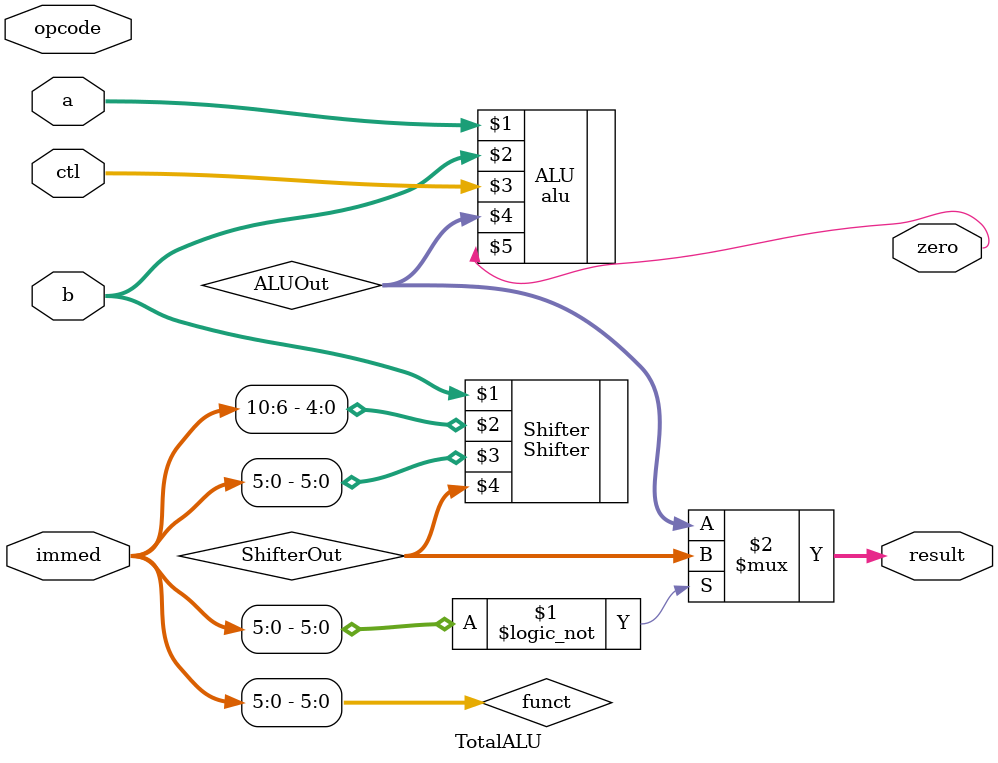
<source format=v>
module TotalALU(a, b, opcode, immed, ctl, result, zero);

	input [31:0] a ;
	input [31:0] b ;
	input [5:0] opcode;
	input [15:0] immed ;
	input [2:0] ctl;
	output [31:0] result ;
	output zero;

	wire [5:0] funct;
	wire [31:0] ALUOut, ShifterOut, SltiOut ;

	assign funct = immed[5:0];
	
	alu ALU(a, b, ctl, ALUOut, zero);
	Shifter Shifter(b, immed[10:6], funct, ShifterOut);
	// slti SLTI(a, immed, SltiOut);

	assign result = (funct == 6'b000000) ? ShifterOut : 
					 ALUOut;

endmodule
</source>
